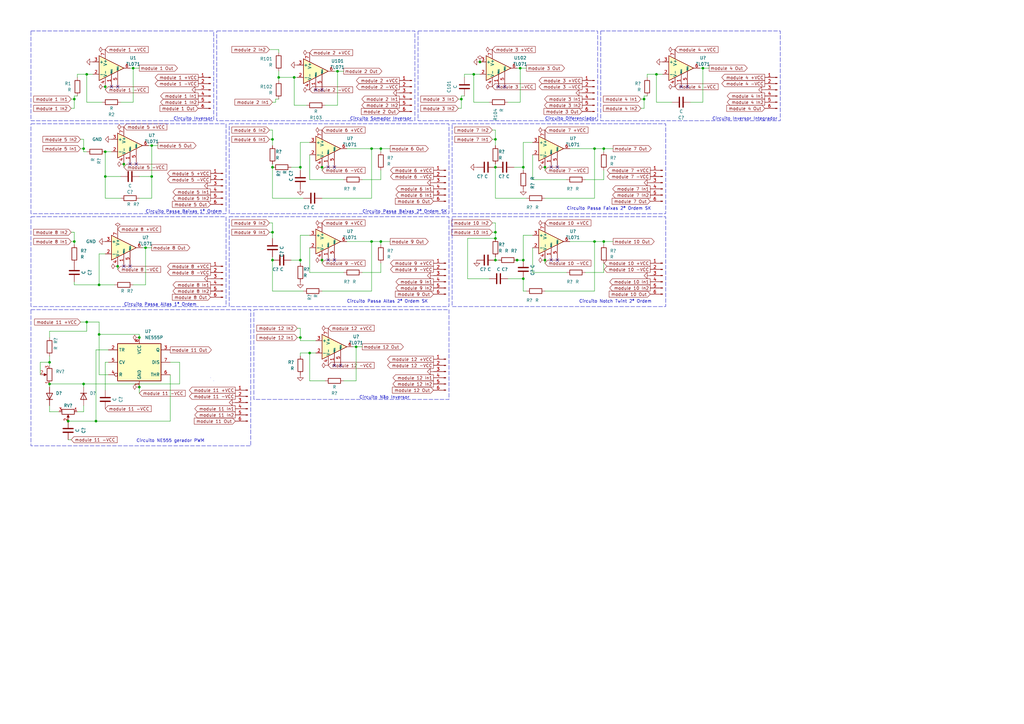
<source format=kicad_sch>
(kicad_sch (version 20230121) (generator eeschema)
  (paper "A3")
  (junction (at 111.76 57.15))
  (junction (at 223.52 68.58))
  (junction (at 214.63 114.3))
  (junction (at 43.18 35.56))
  (junction (at 132.08 106.68))
  (junction (at 40.64 137.16))
  (junction (at 243.84 99.06))
  (junction (at 152.4 60.96))
  (junction (at 111.76 68.58))
  (junction (at 288.29 27.94))
  (junction (at 62.23 72.39))
  (junction (at 43.18 62.23))
  (junction (at 203.2 97.79))
  (junction (at 127 144.78))
  (junction (at 203.2 68.58))
  (junction (at 152.4 99.06))
  (junction (at 34.29 60.96))
  (junction (at 120.65 31.75))
  (junction (at 269.24 30.48))
  (junction (at 30.48 40.64))
  (junction (at 57.15 158.75))
  (junction (at 114.3 31.75))
  (junction (at 132.08 68.58))
  (junction (at 203.2 106.68))
  (junction (at 54.61 27.94))
  (junction (at 35.56 132.08))
  (junction (at 123.19 106.68))
  (junction (at 62.23 59.69))
  (junction (at 203.2 95.25))
  (junction (at 20.32 157.48))
  (junction (at 111.76 95.25))
  (junction (at 214.63 68.58))
  (junction (at 247.65 60.96))
  (junction (at 156.21 60.96))
  (junction (at 35.56 30.48))
  (junction (at 214.63 106.68))
  (junction (at 59.69 101.6))
  (junction (at 212.09 106.68))
  (junction (at 138.43 29.21))
  (junction (at 146.05 142.24))
  (junction (at 196.85 25.4))
  (junction (at 194.31 30.48))
  (junction (at 27.94 172.72))
  (junction (at 111.76 106.68))
  (junction (at 123.19 138.43))
  (junction (at 39.37 172.72))
  (junction (at 50.8 67.31))
  (junction (at 243.84 60.96))
  (junction (at 40.64 116.84))
  (junction (at 48.26 109.22))
  (junction (at 43.18 72.39))
  (junction (at 223.52 106.68))
  (junction (at 189.23 40.64))
  (junction (at 213.36 27.94))
  (junction (at 30.48 99.06))
  (junction (at 20.32 148.59))
  (junction (at 123.19 68.58))
  (junction (at 34.29 157.48))
  (junction (at 156.21 99.06))
  (junction (at 57.15 138.43))
  (junction (at 203.2 57.15))
  (junction (at 247.65 99.06))
  (junction (at 264.16 40.64))
  (no_connect (at 55.88 67.31))
  (no_connect (at 228.6 68.58))
  (no_connect (at 132.08 36.83))
  (no_connect (at 137.16 106.68))
  (no_connect (at 226.06 68.58))
  (no_connect (at 281.94 35.56))
  (no_connect (at 129.54 36.83))
  (no_connect (at 228.6 106.68))
  (no_connect (at 134.62 68.58))
  (no_connect (at 226.06 106.68))
  (no_connect (at 204.47 35.56))
  (no_connect (at 137.16 149.86))
  (no_connect (at 48.26 35.56))
  (no_connect (at 53.34 109.22))
  (no_connect (at 207.01 35.56))
  (no_connect (at 45.72 35.56))
  (no_connect (at 137.16 68.58))
  (no_connect (at 50.8 109.22))
  (no_connect (at 139.7 149.86))
  (no_connect (at 279.4 35.56))
  (no_connect (at 134.62 106.68))
  (no_connect (at 53.34 67.31))
  (wire (pts (xy 20.32 148.59) (xy 20.32 149.86)))
  (wire (pts (xy 288.29 27.94) (xy 290.83 27.94)))
  (wire (pts (xy 213.36 27.94) (xy 212.09 27.94)))
  (wire (pts (xy 152.4 99.06) (xy 156.21 99.06)))
  (wire (pts (xy 73.66 148.59) (xy 73.66 157.48)))
  (wire (pts (xy 33.02 57.15) (xy 34.29 57.15)))
  (wire (pts (xy 203.2 91.44) (xy 203.2 95.25)))
  (wire (pts (xy 40.64 132.08) (xy 40.64 137.16)))
  (wire (pts (xy 247.65 111.76) (xy 247.65 107.95)))
  (wire (pts (xy 111.76 53.34) (xy 111.76 57.15)))
  (wire (pts (xy 203.2 81.28) (xy 215.9 81.28)))
  (wire (pts (xy 43.18 62.23) (xy 43.18 72.39)))
  (wire (pts (xy 114.3 21.59) (xy 114.3 20.32)))
  (wire (pts (xy 232.41 73.66) (xy 218.44 73.66)))
  (wire (pts (xy 132.08 81.28) (xy 152.4 81.28)))
  (wire (pts (xy 189.23 39.37) (xy 189.23 40.64)))
  (wire (pts (xy 54.61 27.94) (xy 53.34 27.94)))
  (wire (pts (xy 203.2 68.58) (xy 203.2 81.28)))
  (wire (pts (xy 38.1 30.48) (xy 35.56 30.48)))
  (wire (pts (xy 265.43 31.75) (xy 265.43 30.48)))
  (wire (pts (xy 127 144.78) (xy 127 156.21)))
  (wire (pts (xy 140.97 73.66) (xy 127 73.66)))
  (wire (pts (xy 123.19 134.62) (xy 123.19 138.43)))
  (wire (pts (xy 123.19 139.7) (xy 129.54 139.7)))
  (wire (pts (xy 262.89 40.64) (xy 264.16 40.64)))
  (wire (pts (xy 212.09 106.68) (xy 214.63 106.68)))
  (wire (pts (xy 20.32 146.05) (xy 20.32 148.59)))
  (wire (pts (xy 203.2 53.34) (xy 203.2 57.15)))
  (wire (pts (xy 214.63 114.3) (xy 214.63 119.38)))
  (wire (pts (xy 142.24 99.06) (xy 152.4 99.06)))
  (wire (pts (xy 214.63 96.52) (xy 218.44 96.52)))
  (wire (pts (xy 223.52 107.95) (xy 223.52 106.68)))
  (wire (pts (xy 54.61 27.94) (xy 57.15 27.94)))
  (wire (pts (xy 223.52 69.85) (xy 223.52 68.58)))
  (wire (pts (xy 264.16 39.37) (xy 264.16 40.64)))
  (wire (pts (xy 223.52 119.38) (xy 243.84 119.38)))
  (wire (pts (xy 240.03 73.66) (xy 247.65 73.66)))
  (wire (pts (xy 30.48 44.45) (xy 30.48 40.64)))
  (wire (pts (xy 45.72 62.23) (xy 43.18 62.23)))
  (wire (pts (xy 148.59 111.76) (xy 156.21 111.76)))
  (wire (pts (xy 114.3 31.75) (xy 120.65 31.75)))
  (wire (pts (xy 59.69 101.6) (xy 62.23 101.6)))
  (wire (pts (xy 30.48 116.84) (xy 40.64 116.84)))
  (wire (pts (xy 111.76 68.58) (xy 111.76 81.28)))
  (wire (pts (xy 35.56 30.48) (xy 35.56 41.91)))
  (wire (pts (xy 57.15 81.28) (xy 62.23 81.28)))
  (wire (pts (xy 214.63 96.52) (xy 214.63 106.68)))
  (wire (pts (xy 35.56 41.91) (xy 41.91 41.91)))
  (wire (pts (xy 29.21 180.34) (xy 27.94 180.34)))
  (wire (pts (xy 62.23 72.39) (xy 62.23 81.28)))
  (wire (pts (xy 31.75 168.91) (xy 34.29 168.91)))
  (wire (pts (xy 142.24 60.96) (xy 152.4 60.96)))
  (wire (pts (xy 247.65 99.06) (xy 247.65 100.33)))
  (wire (pts (xy 30.48 99.06) (xy 30.48 100.33)))
  (wire (pts (xy 218.44 73.66) (xy 218.44 63.5)))
  (wire (pts (xy 43.18 81.28) (xy 49.53 81.28)))
  (wire (pts (xy 288.29 27.94) (xy 287.02 27.94)))
  (wire (pts (xy 190.5 30.48) (xy 194.31 30.48)))
  (wire (pts (xy 123.19 106.68) (xy 123.19 107.95)))
  (wire (pts (xy 30.48 39.37) (xy 31.75 39.37)))
  (wire (pts (xy 123.19 146.05) (xy 123.19 144.78)))
  (wire (pts (xy 43.18 72.39) (xy 43.18 81.28)))
  (wire (pts (xy 138.43 29.21) (xy 140.97 29.21)))
  (wire (pts (xy 111.76 105.41) (xy 111.76 106.68)))
  (wire (pts (xy 62.23 72.39) (xy 62.23 59.69)))
  (wire (pts (xy 233.68 60.96) (xy 243.84 60.96)))
  (wire (pts (xy 146.05 142.24) (xy 148.59 142.24)))
  (wire (pts (xy 48.26 110.49) (xy 48.26 109.22)))
  (wire (pts (xy 201.93 95.25) (xy 203.2 95.25)))
  (wire (pts (xy 111.76 95.25) (xy 111.76 97.79)))
  (wire (pts (xy 194.31 41.91) (xy 200.66 41.91)))
  (wire (pts (xy 121.92 138.43) (xy 123.19 138.43)))
  (wire (pts (xy 35.56 135.89) (xy 20.32 135.89)))
  (wire (pts (xy 194.31 30.48) (xy 194.31 41.91)))
  (wire (pts (xy 57.15 161.29) (xy 57.15 158.75)))
  (wire (pts (xy 59.69 101.6) (xy 58.42 101.6)))
  (wire (pts (xy 156.21 99.06) (xy 160.02 99.06)))
  (wire (pts (xy 201.93 91.44) (xy 203.2 91.44)))
  (wire (pts (xy 110.49 20.32) (xy 114.3 20.32)))
  (wire (pts (xy 215.9 119.38) (xy 214.63 119.38)))
  (wire (pts (xy 27.94 172.72) (xy 39.37 172.72)))
  (wire (pts (xy 111.76 41.91) (xy 113.03 41.91)))
  (wire (pts (xy 191.77 97.79) (xy 203.2 97.79)))
  (wire (pts (xy 40.64 137.16) (xy 40.64 153.67)))
  (wire (pts (xy 127 73.66) (xy 127 63.5)))
  (wire (pts (xy 213.36 27.94) (xy 215.9 27.94)))
  (wire (pts (xy 138.43 43.18) (xy 138.43 29.21)))
  (wire (pts (xy 283.21 41.91) (xy 288.29 41.91)))
  (wire (pts (xy 208.28 114.3) (xy 214.63 114.3)))
  (wire (pts (xy 34.29 62.23) (xy 34.29 60.96)))
  (wire (pts (xy 31.75 30.48) (xy 35.56 30.48)))
  (wire (pts (xy 16.51 153.67) (xy 16.51 148.59)))
  (wire (pts (xy 152.4 60.96) (xy 152.4 81.28)))
  (wire (pts (xy 69.85 153.67) (xy 69.85 172.72)))
  (wire (pts (xy 29.21 99.06) (xy 30.48 99.06)))
  (wire (pts (xy 146.05 142.24) (xy 144.78 142.24)))
  (wire (pts (xy 123.19 58.42) (xy 127 58.42)))
  (wire (pts (xy 110.49 53.34) (xy 111.76 53.34)))
  (wire (pts (xy 232.41 111.76) (xy 218.44 111.76)))
  (wire (pts (xy 240.03 111.76) (xy 247.65 111.76)))
  (wire (pts (xy 190.5 31.75) (xy 190.5 30.48)))
  (wire (pts (xy 156.21 60.96) (xy 160.02 60.96)))
  (wire (pts (xy 127 111.76) (xy 127 101.6)))
  (wire (pts (xy 43.18 104.14) (xy 40.64 104.14)))
  (wire (pts (xy 30.48 39.37) (xy 30.48 40.64)))
  (wire (pts (xy 31.75 31.75) (xy 31.75 30.48)))
  (wire (pts (xy 123.19 68.58) (xy 123.19 58.42)))
  (wire (pts (xy 59.69 101.6) (xy 59.69 116.84)))
  (wire (pts (xy 24.13 168.91) (xy 20.32 168.91)))
  (wire (pts (xy 247.65 73.66) (xy 247.65 69.85)))
  (wire (pts (xy 114.3 33.02) (xy 114.3 31.75)))
  (wire (pts (xy 33.02 60.96) (xy 34.29 60.96)))
  (wire (pts (xy 140.97 111.76) (xy 127 111.76)))
  (wire (pts (xy 110.49 91.44) (xy 111.76 91.44)))
  (wire (pts (xy 44.45 148.59) (xy 43.18 148.59)))
  (wire (pts (xy 20.32 157.48) (xy 20.32 158.75)))
  (wire (pts (xy 113.03 40.64) (xy 113.03 41.91)))
  (wire (pts (xy 35.56 132.08) (xy 40.64 132.08)))
  (wire (pts (xy 196.85 30.48) (xy 194.31 30.48)))
  (wire (pts (xy 120.65 31.75) (xy 120.65 43.18)))
  (wire (pts (xy 16.51 148.59) (xy 20.32 148.59)))
  (wire (pts (xy 189.23 39.37) (xy 190.5 39.37)))
  (wire (pts (xy 233.68 99.06) (xy 243.84 99.06)))
  (wire (pts (xy 203.2 105.41) (xy 203.2 106.68)))
  (wire (pts (xy 62.23 59.69) (xy 60.96 59.69)))
  (wire (pts (xy 54.61 116.84) (xy 59.69 116.84)))
  (wire (pts (xy 269.24 30.48) (xy 269.24 41.91)))
  (wire (pts (xy 34.29 157.48) (xy 34.29 158.75)))
  (wire (pts (xy 57.15 138.43) (xy 57.15 137.16)))
  (wire (pts (xy 152.4 60.96) (xy 156.21 60.96)))
  (wire (pts (xy 191.77 114.3) (xy 200.66 114.3)))
  (wire (pts (xy 132.08 119.38) (xy 152.4 119.38)))
  (wire (pts (xy 40.64 104.14) (xy 40.64 116.84)))
  (wire (pts (xy 119.38 106.68) (xy 123.19 106.68)))
  (wire (pts (xy 133.35 43.18) (xy 138.43 43.18)))
  (wire (pts (xy 187.96 44.45) (xy 189.23 44.45)))
  (wire (pts (xy 123.19 96.52) (xy 127 96.52)))
  (wire (pts (xy 218.44 111.76) (xy 218.44 101.6)))
  (wire (pts (xy 213.36 41.91) (xy 213.36 27.94)))
  (wire (pts (xy 20.32 166.37) (xy 20.32 168.91)))
  (wire (pts (xy 146.05 156.21) (xy 146.05 142.24)))
  (wire (pts (xy 43.18 72.39) (xy 49.53 72.39)))
  (wire (pts (xy 44.45 153.67) (xy 40.64 153.67)))
  (wire (pts (xy 29.21 44.45) (xy 30.48 44.45)))
  (wire (pts (xy 132.08 107.95) (xy 132.08 106.68)))
  (wire (pts (xy 111.76 91.44) (xy 111.76 95.25)))
  (wire (pts (xy 121.92 134.62) (xy 123.19 134.62)))
  (wire (pts (xy 35.56 132.08) (xy 35.56 135.89)))
  (wire (pts (xy 29.21 40.64) (xy 30.48 40.64)))
  (wire (pts (xy 39.37 143.51) (xy 44.45 143.51)))
  (wire (pts (xy 43.18 148.59) (xy 43.18 160.02)))
  (wire (pts (xy 243.84 99.06) (xy 247.65 99.06)))
  (wire (pts (xy 40.64 116.84) (xy 46.99 116.84)))
  (wire (pts (xy 39.37 172.72) (xy 39.37 143.51)))
  (wire (pts (xy 123.19 106.68) (xy 123.19 96.52)))
  (wire (pts (xy 20.32 157.48) (xy 34.29 157.48)))
  (wire (pts (xy 243.84 60.96) (xy 247.65 60.96)))
  (wire (pts (xy 114.3 29.21) (xy 114.3 31.75)))
  (wire (pts (xy 243.84 60.96) (xy 243.84 81.28)))
  (wire (pts (xy 69.85 148.59) (xy 73.66 148.59)))
  (wire (pts (xy 264.16 39.37) (xy 265.43 39.37)))
  (wire (pts (xy 111.76 119.38) (xy 124.46 119.38)))
  (wire (pts (xy 123.19 139.7) (xy 123.19 138.43)))
  (wire (pts (xy 120.65 31.75) (xy 121.92 31.75)))
  (wire (pts (xy 156.21 99.06) (xy 156.21 100.33)))
  (wire (pts (xy 54.61 41.91) (xy 54.61 27.94)))
  (wire (pts (xy 247.65 60.96) (xy 247.65 62.23)))
  (wire (pts (xy 119.38 68.58) (xy 123.19 68.58)))
  (wire (pts (xy 214.63 68.58) (xy 214.63 58.42)))
  (wire (pts (xy 110.49 57.15) (xy 111.76 57.15)))
  (wire (pts (xy 156.21 60.96) (xy 156.21 62.23)))
  (wire (pts (xy 30.48 95.25) (xy 30.48 99.06)))
  (wire (pts (xy 265.43 30.48) (xy 269.24 30.48)))
  (wire (pts (xy 210.82 68.58) (xy 214.63 68.58)))
  (wire (pts (xy 203.2 106.68) (xy 204.47 106.68)))
  (wire (pts (xy 223.52 81.28) (xy 243.84 81.28)))
  (wire (pts (xy 62.23 59.69) (xy 64.77 59.69)))
  (wire (pts (xy 271.78 30.48) (xy 269.24 30.48)))
  (wire (pts (xy 43.18 36.83) (xy 43.18 35.56)))
  (wire (pts (xy 138.43 29.21) (xy 137.16 29.21)))
  (wire (pts (xy 34.29 166.37) (xy 34.29 168.91)))
  (wire (pts (xy 189.23 44.45) (xy 189.23 40.64)))
  (wire (pts (xy 20.32 135.89) (xy 20.32 138.43)))
  (wire (pts (xy 152.4 99.06) (xy 152.4 119.38)))
  (wire (pts (xy 50.8 68.58) (xy 50.8 67.31)))
  (wire (pts (xy 123.19 144.78) (xy 127 144.78)))
  (wire (pts (xy 247.65 99.06) (xy 251.46 99.06)))
  (wire (pts (xy 187.96 40.64) (xy 189.23 40.64)))
  (wire (pts (xy 203.2 67.31) (xy 203.2 68.58)))
  (wire (pts (xy 49.53 41.91) (xy 54.61 41.91)))
  (wire (pts (xy 140.97 156.21) (xy 146.05 156.21)))
  (wire (pts (xy 214.63 58.42) (xy 218.44 58.42)))
  (wire (pts (xy 269.24 41.91) (xy 275.59 41.91)))
  (wire (pts (xy 125.73 43.18) (xy 120.65 43.18)))
  (wire (pts (xy 243.84 99.06) (xy 243.84 119.38)))
  (wire (pts (xy 203.2 57.15) (xy 203.2 59.69)))
  (wire (pts (xy 111.76 106.68) (xy 111.76 119.38)))
  (wire (pts (xy 34.29 157.48) (xy 73.66 157.48)))
  (wire (pts (xy 210.82 106.68) (xy 212.09 106.68)))
  (wire (pts (xy 129.54 144.78) (xy 127 144.78)))
  (wire (pts (xy 111.76 57.15) (xy 111.76 59.69)))
  (wire (pts (xy 264.16 44.45) (xy 264.16 40.64)))
  (wire (pts (xy 148.59 73.66) (xy 156.21 73.66)))
  (wire (pts (xy 201.93 53.34) (xy 203.2 53.34)))
  (wire (pts (xy 57.15 137.16) (xy 40.64 137.16)))
  (wire (pts (xy 127 156.21) (xy 133.35 156.21)))
  (wire (pts (xy 34.29 62.23) (xy 35.56 62.23)))
  (wire (pts (xy 113.03 40.64) (xy 114.3 40.64)))
  (wire (pts (xy 111.76 67.31) (xy 111.76 68.58)))
  (wire (pts (xy 208.28 41.91) (xy 213.36 41.91)))
  (wire (pts (xy 29.21 95.25) (xy 30.48 95.25)))
  (wire (pts (xy 123.19 68.58) (xy 123.19 69.85)))
  (wire (pts (xy 39.37 172.72) (xy 69.85 172.72)))
  (wire (pts (xy 33.02 132.08) (xy 35.56 132.08)))
  (wire (pts (xy 203.2 95.25) (xy 203.2 97.79)))
  (wire (pts (xy 288.29 41.91) (xy 288.29 27.94)))
  (wire (pts (xy 57.15 72.39) (xy 62.23 72.39)))
  (wire (pts (xy 191.77 97.79) (xy 191.77 114.3)))
  (wire (pts (xy 156.21 73.66) (xy 156.21 69.85)))
  (wire (pts (xy 247.65 60.96) (xy 251.46 60.96)))
  (wire (pts (xy 111.76 81.28) (xy 124.46 81.28)))
  (wire (pts (xy 34.29 57.15) (xy 34.29 60.96)))
  (wire (pts (xy 30.48 115.57) (xy 30.48 116.84)))
  (wire (pts (xy 110.49 95.25) (xy 111.76 95.25)))
  (wire (pts (xy 214.63 68.58) (xy 214.63 69.85)))
  (wire (pts (xy 132.08 69.85) (xy 132.08 68.58)))
  (wire (pts (xy 201.93 57.15) (xy 203.2 57.15)))
  (wire (pts (xy 262.89 44.45) (xy 264.16 44.45)))
  (wire (pts (xy 156.21 111.76) (xy 156.21 107.95)))
  (rectangle (start 104.14 127) (end 184.15 163.83) (stroke (width 0) (type dash)))
  (rectangle (start 88.9 12.7) (end 170.18 49.53) (stroke (width 0) (type dash)))
  (rectangle (start 86.36 154.94) (end 86.36 154.94))
  (rectangle (start 246.38 12.7) (end 320.04 49.53) (stroke (width 0) (type dash)))
  (rectangle (start 12.7 50.8) (end 92.71 87.63) (stroke (width 0) (type dash)))
  (rectangle (start 185.42 88.9) (end 273.05 125.73) (stroke (width 0) (type dash)))
  (rectangle (start 93.98 50.8) (end 184.15 87.63) (stroke (width 0) (type dash)))
  (rectangle (start 87.63 156.21) (end 87.63 156.21))
  (rectangle (start 93.98 88.9) (end 184.15 125.73) (stroke (width 0) (type dash)))
  (rectangle (start 12.7 12.7) (end 87.63 49.53) (stroke (width 0) (type dash)))
  (rectangle (start 12.7 88.9) (end 92.71 125.73) (stroke (width 0) (type dash)))
  (rectangle (start 12.7 127) (end 102.87 182.88) (stroke (width 0) (type dash)))
  (rectangle (start 185.42 50.8) (end 273.05 87.63) (stroke (width 0) (type dash)))
  (rectangle (start 171.45 12.7) (end 245.11 49.53) (stroke (width 0) (type dash)))
  (text "Circuito Passa Baixas 1ª Ordem\n" (at 59.69 87.63 0) (effects (font (size 1.27 1.27)) (justify left bottom)))
  (text "Circuito Diferenciador" (at 223.52 49.53 0) (effects (font (size 1.27 1.27)) (justify left bottom)))
  (text "Circuito NE555 gerador PWM\n" (at 55.88 181.61 0) (effects (font (size 1.27 1.27)) (justify left bottom)))
  (text "Circuito Passa Baixas 2ª Ordem SK" (at 148.59 87.63 0) (effects (font (size 1.27 1.27)) (justify left bottom)))
  (text "Circuito Não Inversor" (at 147.32 163.83 0) (effects (font (size 1.27 1.27)) (justify left bottom)))
  (text "Circuito Inversor" (at 71.12 49.53 0) (effects (font (size 1.27 1.27)) (justify left bottom)))
  (text "Circuito Notch Twint 2ª Ordem" (at 237.49 124.46 0) (effects (font (size 1.27 1.27)) (justify left bottom)))
  (text "Circuito Somador Inversor" (at 143.51 49.53 0) (effects (font (size 1.27 1.27)) (justify left bottom)))
  (text "Circuito Passa Altas 1ª Ordem\n" (at 50.8 125.73 0) (effects (font (size 1.27 1.27)) (justify left bottom)))
  (text "Circuito Passa Altas 2ª Ordem SK" (at 142.24 124.46 0) (effects (font (size 1.27 1.27)) (justify left bottom)))
  (text "Circuito Passa Faixas 2ª Ordem SK" (at 232.41 86.36 0) (effects (font (size 1.27 1.27)) (justify left bottom)))
  (text "Circuito Inversor Integrador\n" (at 292.1 49.53 0) (effects (font (size 1.27 1.27)) (justify left bottom)))
  (global_label "module 7 +VCC" (shape output) (at 266.7 69.85 180) (property "Intersheetrefs" "${INTERSHEET_REFS}" (effects hide)))
  (global_label "module 12 In1" (shape output) (at 177.8 154.94 180) (property "Intersheetrefs" "${INTERSHEET_REFS}" (effects hide)))
  (global_label "module 1 In1" (shape output) (at 81.28 39.37 180) (property "Intersheetrefs" "${INTERSHEET_REFS}" (effects hide)))
  (global_label "module 7 Out" (shape input) (at 266.7 82.55 180) (property "Intersheetrefs" "${INTERSHEET_REFS}" (effects hide)))
  (global_label "module 6 Out" (shape output) (at 160.02 60.96 0) (property "Intersheetrefs" "${INTERSHEET_REFS}" (effects hide)))
  (global_label "module 8 -VCC" (shape input) (at 48.26 110.49 0) (property "Intersheetrefs" "${INTERSHEET_REFS}" (effects hide)))
  (global_label "module 3 Out" (shape input) (at 238.76 45.72 180) (property "Intersheetrefs" "${INTERSHEET_REFS}" (effects hide)))
  (global_label "module 12 Out" (shape output) (at 148.59 142.24 0) (property "Intersheetrefs" "${INTERSHEET_REFS}" (effects hide)))
  (global_label "module 6 +VCC" (shape input) (at 132.08 53.34 0) (property "Intersheetrefs" "${INTERSHEET_REFS}" (effects hide)))
  (global_label "module 3 -VCC" (shape output) (at 238.76 35.56 180) (property "Intersheetrefs" "${INTERSHEET_REFS}" (effects hide)))
  (global_label "module 1 -VCC" (shape input) (at 43.18 36.83 0) (property "Intersheetrefs" "${INTERSHEET_REFS}" (effects hide)))
  (global_label "module 5 In2" (shape output) (at 86.36 81.28 180) (property "Intersheetrefs" "${INTERSHEET_REFS}" (effects hide)))
  (global_label "module 6 -VCC" (shape output) (at 177.8 72.39 180) (property "Intersheetrefs" "${INTERSHEET_REFS}" (effects hide)))
  (global_label "module 10 +VCC" (shape output) (at 266.7 107.95 180) (property "Intersheetrefs" "${INTERSHEET_REFS}" (effects hide)))
  (global_label "module 7 In1" (shape input) (at 201.93 57.15 180) (property "Intersheetrefs" "${INTERSHEET_REFS}" (effects hide)))
  (global_label "module 12 -VCC" (shape output) (at 177.8 149.86 180) (property "Intersheetrefs" "${INTERSHEET_REFS}" (effects hide)))
  (global_label "module 10 In2" (shape output) (at 266.7 118.11 180) (property "Intersheetrefs" "${INTERSHEET_REFS}" (effects hide)))
  (global_label "module 7 In1" (shape output) (at 266.7 77.47 180) (property "Intersheetrefs" "${INTERSHEET_REFS}" (effects hide)))
  (global_label "module 1 +VCC" (shape output) (at 81.28 31.75 180) (property "Intersheetrefs" "${INTERSHEET_REFS}" (effects hide)))
  (global_label "module 4 +VCC" (shape output) (at 313.69 31.75 180) (property "Intersheetrefs" "${INTERSHEET_REFS}" (effects hide)))
  (global_label "module 6 In1" (shape input) (at 110.49 57.15 180) (property "Intersheetrefs" "${INTERSHEET_REFS}" (effects hide)))
  (global_label "module 2 In1" (shape output) (at 163.83 40.64 180) (property "Intersheetrefs" "${INTERSHEET_REFS}" (effects hide)))
  (global_label "module 11 In1" (shape output) (at 96.52 167.64 180) (property "Intersheetrefs" "${INTERSHEET_REFS}" (effects hide)))
  (global_label "module 2 Out" (shape input) (at 163.83 45.72 180) (property "Intersheetrefs" "${INTERSHEET_REFS}" (effects hide)))
  (global_label "module 5 +VCC" (shape output) (at 86.36 71.12 180) (property "Intersheetrefs" "${INTERSHEET_REFS}" (effects hide)))
  (global_label "module 10 In1" (shape output) (at 266.7 115.57 180) (property "Intersheetrefs" "${INTERSHEET_REFS}" (effects hide)))
  (global_label "module 9 -VCC" (shape input) (at 132.08 107.95 0) (property "Intersheetrefs" "${INTERSHEET_REFS}" (effects hide)))
  (global_label "module 7 -VCC" (shape output) (at 266.7 72.39 180) (property "Intersheetrefs" "${INTERSHEET_REFS}" (effects hide)))
  (global_label "module 3 In1" (shape input) (at 187.96 40.64 180) (property "Intersheetrefs" "${INTERSHEET_REFS}" (effects hide)))
  (global_label "module 12 In1" (shape input) (at 121.92 138.43 180) (property "Intersheetrefs" "${INTERSHEET_REFS}" (effects hide)))
  (global_label "module 1 In2" (shape input) (at 29.21 44.45 180) (property "Intersheetrefs" "${INTERSHEET_REFS}" (effects hide)))
  (global_label "module 6 -VCC" (shape input) (at 132.08 69.85 0) (property "Intersheetrefs" "${INTERSHEET_REFS}" (effects hide)))
  (global_label "module 5 Out" (shape output) (at 64.77 59.69 0) (property "Intersheetrefs" "${INTERSHEET_REFS}" (effects hide)))
  (global_label "module 9 +VCC" (shape output) (at 177.8 107.95 180) (property "Intersheetrefs" "${INTERSHEET_REFS}" (effects hide)))
  (global_label "module 9 Out" (shape output) (at 160.02 99.06 0) (property "Intersheetrefs" "${INTERSHEET_REFS}" (effects hide)))
  (global_label "module 4 -VCC" (shape input) (at 276.86 35.56 0) (property "Intersheetrefs" "${INTERSHEET_REFS}" (effects hide)))
  (global_label "module 5 In2" (shape input) (at 33.02 57.15 180) (property "Intersheetrefs" "${INTERSHEET_REFS}" (effects hide)))
  (global_label "module 4 Out" (shape output) (at 290.83 27.94 0) (property "Intersheetrefs" "${INTERSHEET_REFS}" (effects hide)))
  (global_label "module 4 In2" (shape input) (at 262.89 44.45 180) (property "Intersheetrefs" "${INTERSHEET_REFS}" (effects hide)))
  (global_label "module 5 -VCC" (shape output) (at 86.36 73.66 180) (property "Intersheetrefs" "${INTERSHEET_REFS}" (effects hide)))
  (global_label "module 11 -VCC" (shape input) (at 29.21 180.34 0) (property "Intersheetrefs" "${INTERSHEET_REFS}" (effects hide)))
  (global_label "module 2 +VCC" (shape output) (at 163.83 33.02 180) (property "Intersheetrefs" "${INTERSHEET_REFS}" (effects hide)))
  (global_label "module 3 -VCC" (shape input) (at 201.93 35.56 0) (property "Intersheetrefs" "${INTERSHEET_REFS}" (effects hide)))
  (global_label "module 11 +VCC" (shape input) (at 33.02 132.08 180) (property "Intersheetrefs" "${INTERSHEET_REFS}" (effects hide)))
  (global_label "module 2 +VCC" (shape input) (at 127 21.59 0) (property "Intersheetrefs" "${INTERSHEET_REFS}" (effects hide)))
  (global_label "module 1 +VCC" (shape input) (at 43.18 20.32 0) (property "Intersheetrefs" "${INTERSHEET_REFS}" (effects hide)))
  (global_label "module 3 Out" (shape output) (at 215.9 27.94 0) (property "Intersheetrefs" "${INTERSHEET_REFS}" (effects hide)))
  (global_label "module 7 +VCC" (shape input) (at 223.52 53.34 0) (property "Intersheetrefs" "${INTERSHEET_REFS}" (effects hide)))
  (global_label "module 8 +VCC" (shape input) (at 48.26 93.98 0) (property "Intersheetrefs" "${INTERSHEET_REFS}" (effects hide)))
  (global_label "module 5 -VCC" (shape input) (at 50.8 68.58 0) (property "Intersheetrefs" "${INTERSHEET_REFS}" (effects hide)))
  (global_label "module 11 In2" (shape output) (at 96.52 170.18 180) (property "Intersheetrefs" "${INTERSHEET_REFS}" (effects hide)))
  (global_label "module 7 -VCC" (shape input) (at 223.52 69.85 0) (property "Intersheetrefs" "${INTERSHEET_REFS}" (effects hide)))
  (global_label "module 5 In1" (shape output) (at 86.36 78.74 180) (property "Intersheetrefs" "${INTERSHEET_REFS}" (effects hide)))
  (global_label "module 10 In1" (shape input) (at 201.93 95.25 180) (property "Intersheetrefs" "${INTERSHEET_REFS}" (effects hide)))
  (global_label "module 8 In2" (shape output) (at 86.36 119.38 180) (property "Intersheetrefs" "${INTERSHEET_REFS}" (effects hide)))
  (global_label "module 4 In2" (shape output) (at 313.69 41.91 180) (property "Intersheetrefs" "${INTERSHEET_REFS}" (effects hide)))
  (global_label "module 8 In2" (shape input) (at 29.21 95.25 180) (property "Intersheetrefs" "${INTERSHEET_REFS}" (effects hide)))
  (global_label "module 12 Out" (shape input) (at 177.8 160.02 180) (property "Intersheetrefs" "${INTERSHEET_REFS}" (effects hide)))
  (global_label "module 6 Out" (shape input) (at 177.8 82.55 180) (property "Intersheetrefs" "${INTERSHEET_REFS}" (effects hide)))
  (global_label "module 2 -VCC" (shape input) (at 127 36.83 0) (property "Intersheetrefs" "${INTERSHEET_REFS}" (effects hide)))
  (global_label "module 10 Out" (shape input) (at 266.7 120.65 180) (property "Intersheetrefs" "${INTERSHEET_REFS}" (effects hide)))
  (global_label "module 3 In1" (shape output) (at 238.76 40.64 180) (property "Intersheetrefs" "${INTERSHEET_REFS}" (effects hide)))
  (global_label "module 5 Out" (shape input) (at 86.36 83.82 180) (property "Intersheetrefs" "${INTERSHEET_REFS}" (effects hide)))
  (global_label "module 11 Out" (shape input) (at 96.52 172.72 180) (property "Intersheetrefs" "${INTERSHEET_REFS}" (effects hide)))
  (global_label "module 7 In2" (shape input) (at 201.93 53.34 180) (property "Intersheetrefs" "${INTERSHEET_REFS}" (effects hide)))
  (global_label "module 12 In2" (shape input) (at 121.92 134.62 180) (property "Intersheetrefs" "${INTERSHEET_REFS}" (effects hide)))
  (global_label "module 2 Out" (shape output) (at 140.97 29.21 0) (property "Intersheetrefs" "${INTERSHEET_REFS}" (effects hide)))
  (global_label "module 9 Out" (shape input) (at 177.8 120.65 180) (property "Intersheetrefs" "${INTERSHEET_REFS}" (effects hide)))
  (global_label "module 1 Out" (shape input) (at 81.28 44.45 180) (property "Intersheetrefs" "${INTERSHEET_REFS}" (effects hide)))
  (global_label "module 7 In2" (shape output) (at 266.7 80.01 180) (property "Intersheetrefs" "${INTERSHEET_REFS}" (effects hide)))
  (global_label "module 8 -VCC" (shape output) (at 86.36 111.76 180) (property "Intersheetrefs" "${INTERSHEET_REFS}" (effects hide)))
  (global_label "module 8 In1" (shape output) (at 86.36 116.84 180) (property "Intersheetrefs" "${INTERSHEET_REFS}" (effects hide)))
  (global_label "module 6 In1" (shape output) (at 177.8 80.01 180) (property "Intersheetrefs" "${INTERSHEET_REFS}" (effects hide)))
  (global_label "module 10 In2" (shape input) (at 201.93 91.44 180) (property "Intersheetrefs" "${INTERSHEET_REFS}" (effects hide)))
  (global_label "module 8 +VCC" (shape output) (at 86.36 109.22 180) (property "Intersheetrefs" "${INTERSHEET_REFS}" (effects hide)))
  (global_label "module 6 In2" (shape input) (at 110.49 53.34 180) (property "Intersheetrefs" "${INTERSHEET_REFS}" (effects hide)))
  (global_label "module 9 In2" (shape output) (at 177.8 118.11 180) (property "Intersheetrefs" "${INTERSHEET_REFS}" (effects hide)))
  (global_label "module 11 Out" (shape output) (at 69.85 143.51 0) (property "Intersheetrefs" "${INTERSHEET_REFS}" (effects hide)))
  (global_label "module 11 -VCC" (shape input) (at 43.18 167.64 0) (property "Intersheetrefs" "${INTERSHEET_REFS}" (effects hide)))
  (global_label "module 2 In2" (shape input) (at 110.49 20.32 180) (property "Intersheetrefs" "${INTERSHEET_REFS}" (effects hide)))
  (global_label "module 1 Out" (shape output) (at 57.15 27.94 0) (property "Intersheetrefs" "${INTERSHEET_REFS}" (effects hide)))
  (global_label "module 12 In2" (shape output) (at 177.8 157.48 180) (property "Intersheetrefs" "${INTERSHEET_REFS}" (effects hide)))
  (global_label "module 10 +VCC" (shape input) (at 223.52 91.44 0) (property "Intersheetrefs" "${INTERSHEET_REFS}" (effects hide)))
  (global_label "module 12 -VCC" (shape input) (at 134.62 149.86 0) (property "Intersheetrefs" "${INTERSHEET_REFS}" (effects hide)))
  (global_label "module 6 In1" (shape output) (at 177.8 77.47 180) (property "Intersheetrefs" "${INTERSHEET_REFS}" (effects hide)))
  (global_label "module 3 +VCC" (shape output) (at 238.76 33.02 180) (property "Intersheetrefs" "${INTERSHEET_REFS}" (effects hide)))
  (global_label "module 8 Out" (shape output) (at 62.23 101.6 0) (property "Intersheetrefs" "${INTERSHEET_REFS}" (effects hide)))
  (global_label "module 11 +VCC" (shape output) (at 96.52 160.02 180) (property "Intersheetrefs" "${INTERSHEET_REFS}" (effects hide)))
  (global_label "module 12 +VCC" (shape input) (at 134.62 134.62 0) (property "Intersheetrefs" "${INTERSHEET_REFS}" (effects hide)))
  (global_label "module 2 In1" (shape input) (at 111.76 41.91 180) (property "Intersheetrefs" "${INTERSHEET_REFS}" (effects hide)))
  (global_label "module 4 In1" (shape input) (at 262.89 40.64 180) (property "Intersheetrefs" "${INTERSHEET_REFS}" (effects hide)))
  (global_label "module 1 In1" (shape input) (at 29.21 40.64 180) (property "Intersheetrefs" "${INTERSHEET_REFS}" (effects hide)))
  (global_label "module 3 +VCC" (shape input) (at 201.93 20.32 0) (property "Intersheetrefs" "${INTERSHEET_REFS}" (effects hide)))
  (global_label "module 5 In1" (shape input) (at 33.02 60.96 180) (property "Intersheetrefs" "${INTERSHEET_REFS}" (effects hide)))
  (global_label "module 12 +VCC" (shape output) (at 177.8 147.32 180) (property "Intersheetrefs" "${INTERSHEET_REFS}" (effects hide)))
  (global_label "module 9 -VCC" (shape output) (at 177.8 110.49 180) (property "Intersheetrefs" "${INTERSHEET_REFS}" (effects hide)))
  (global_label "module 3 In2" (shape input) (at 187.96 44.45 180) (property "Intersheetrefs" "${INTERSHEET_REFS}" (effects hide)))
  (global_label "module 11 -VCC" (shape output) (at 96.52 162.56 180) (property "Intersheetrefs" "${INTERSHEET_REFS}" (effects hide)))
  (global_label "module 1 -VCC" (shape output) (at 81.28 34.29 180) (property "Intersheetrefs" "${INTERSHEET_REFS}" (effects hide)))
  (global_label "module 9 In1" (shape output) (at 177.8 115.57 180) (property "Intersheetrefs" "${INTERSHEET_REFS}" (effects hide)))
  (global_label "module 10 -VCC" (shape output) (at 266.7 110.49 180) (property "Intersheetrefs" "${INTERSHEET_REFS}" (effects hide)))
  (global_label "module 7 Out" (shape output) (at 251.46 60.96 0) (property "Intersheetrefs" "${INTERSHEET_REFS}" (effects hide)))
  (global_label "module 8 Out" (shape input) (at 86.36 121.92 180) (property "Intersheetrefs" "${INTERSHEET_REFS}" (effects hide)))
  (global_label "module 8 In1" (shape input) (at 29.21 99.06 180) (property "Intersheetrefs" "${INTERSHEET_REFS}" (effects hide)))
  (global_label "module 9 In2" (shape input) (at 110.49 91.44 180) (property "Intersheetrefs" "${INTERSHEET_REFS}" (effects hide)))
  (global_label "module 3 In2" (shape output) (at 238.76 43.18 180) (property "Intersheetrefs" "${INTERSHEET_REFS}" (effects hide)))
  (global_label "module 4 -VCC" (shape output) (at 313.69 34.29 180) (property "Intersheetrefs" "${INTERSHEET_REFS}" (effects hide)))
  (global_label "module 1 In2" (shape output) (at 81.28 41.91 180) (property "Intersheetrefs" "${INTERSHEET_REFS}" (effects hide)))
  (global_label "module 9 +VCC" (shape input) (at 132.08 91.44 0) (property "Intersheetrefs" "${INTERSHEET_REFS}" (effects hide)))
  (global_label "module 2 -VCC" (shape output) (at 163.83 35.56 180) (property "Intersheetrefs" "${INTERSHEET_REFS}" (effects hide)))
  (global_label "module 5 +VCC" (shape input) (at 50.8 52.07 0) (property "Intersheetrefs" "${INTERSHEET_REFS}" (effects hide)))
  (global_label "module 10 Out" (shape output) (at 251.46 99.06 0) (property "Intersheetrefs" "${INTERSHEET_REFS}" (effects hide)))
  (global_label "module 4 +VCC" (shape input) (at 276.86 20.32 0) (property "Intersheetrefs" "${INTERSHEET_REFS}" (effects hide)))
  (global_label "module 9 In1" (shape input) (at 110.49 95.25 180) (property "Intersheetrefs" "${INTERSHEET_REFS}" (effects hide)))
  (global_label "module 11 -VCC" (shape input) (at 57.15 161.29 0) (property "Intersheetrefs" "${INTERSHEET_REFS}" (effects hide)))
  (global_label "module 4 Out" (shape input) (at 313.69 44.45 180) (property "Intersheetrefs" "${INTERSHEET_REFS}" (effects hide)))
  (global_label "module 10 -VCC" (shape input) (at 223.52 107.95 0) (property "Intersheetrefs" "${INTERSHEET_REFS}" (effects hide)))
  (global_label "module 2 In2" (shape output) (at 163.83 43.18 180) (property "Intersheetrefs" "${INTERSHEET_REFS}" (effects hide)))
  (global_label "module 6 +VCC" (shape output) (at 177.8 69.85 180) (property "Intersheetrefs" "${INTERSHEET_REFS}" (effects hide)))
  (global_label "module 4 In1" (shape output) (at 313.69 39.37 180) (property "Intersheetrefs" "${INTERSHEET_REFS}" (effects hide)))
  (symbol (lib_id "power:GND") (at 266.7 74.93 270) (unit 1)
    (property "Reference" "#PWR?" (effects hide))
    (property "Value" "GND" (effects hide))
  )
  (symbol (lib_id "power:GND") (at 86.36 76.2 270) (unit 1)
    (property "Reference" "#PWR?" (effects hide))
    (property "Value" "GND" (effects hide))
  )
  (symbol (lib_id "Device:C") (at 123.19 73.66 0) (unit 1)
    (property "Reference" "C?" (at 119.38 71.12 90))
    (property "Value" "C" (at 119.38 73.66 90))
  )
  (symbol (lib_id "Device:R") (at 208.28 106.68 270) (mirror x) (unit 1)
    (property "Reference" "R?" (at 209.55 102.87 90) (effects (justify left)))
    (property "Value" "R" (at 207.01 102.87 90) (effects (justify left)))
    (property "Footprint" "Resistor_THT:R_Axial_DIN0207_L6.3mm_D2.5mm_P7.62mm_Horizontal" (effects hide))
  )
  (symbol (lib_id "Connector:Conn_01x06_Pin") (at 182.88 152.4 0) (mirror y) (unit 1)
    (property "Reference" "J?" (effects hide))
    (property "Value" "Conn_01x06_Pin" (effects hide))
    (property "Footprint" "Connector_PinHeader_2.54mm:PinHeader_1x06_P2.54mm_Vertical" (effects hide))
  )
  (symbol (lib_id "Device:C") (at 199.39 106.68 90) (unit 1)
    (property "Reference" "C?" (at 198.12 110.49 90))
    (property "Value" "C" (at 200.66 110.49 90))
  )
  (symbol (lib_id "Amplifier_Operational:TL071") (at 134.62 60.96 0) (unit 1)
    (property "Reference" "U?" (at 143.51 56.7691 0))
    (property "Value" "TL071" (at 143.51 59.3091 0))
    (property "Footprint" "Package_DIP:DIP-8_W7.62mm_Socket" (effects hide))
    (property "Datasheet" "http://www.ti.com/lit/ds/symlink/tl071.pdf" (effects hide))
  )
  (symbol (lib_id "Connector:Conn_01x06_Pin") (at 243.84 38.1 0) (mirror y) (unit 1)
    (property "Reference" "J102" (effects hide))
    (property "Value" "Conn_01x06_Pin" (effects hide))
    (property "Footprint" "Connector_PinHeader_2.54mm:PinHeader_1x06_P2.54mm_Vertical" (effects hide))
  )
  (symbol (lib_id "power:GND") (at 45.72 57.15 270) (unit 1)
    (property "Reference" "#PWR?" (effects hide))
    (property "Value" "GND" (at 41.91 57.15 90) (effects (justify right)))
  )
  (symbol (lib_id "power:PWR_FLAG") (at 134.62 134.62 90) (unit 1)
    (property "Reference" "#FLG?" (effects hide))
    (property "Value" "PWR_FLAG" (effects hide))
  )
  (symbol (lib_id "Device:R") (at 156.21 66.04 0) (unit 1)
    (property "Reference" "R?" (at 158.75 64.77 0) (effects (justify left)))
    (property "Value" "R" (at 158.75 67.31 0) (effects (justify left)))
    (property "Footprint" "Resistor_THT:R_Axial_DIN0207_L6.3mm_D2.5mm_P7.62mm_Horizontal" (effects hide))
  )
  (symbol (lib_id "Device:C") (at 27.94 176.53 0) (unit 1)
    (property "Reference" "C?" (at 34.29 176.53 90))
    (property "Value" "C" (at 31.75 176.53 90))
  )
  (symbol (lib_id "Connector:Conn_01x06_Pin") (at 91.44 76.2 0) (mirror y) (unit 1)
    (property "Reference" "J?" (effects hide))
    (property "Value" "Conn_01x06_Pin" (effects hide))
    (property "Footprint" "Connector_PinHeader_2.54mm:PinHeader_1x06_P2.54mm_Vertical" (effects hide))
  )
  (symbol (lib_id "power:GND") (at 43.18 99.06 270) (unit 1)
    (property "Reference" "#PWR?" (effects hide))
    (property "Value" "GND" (at 39.37 99.06 90) (effects (justify right)))
  )
  (symbol (lib_id "power:PWR_FLAG") (at 43.18 20.32 90) (unit 1)
    (property "Reference" "#FLG?" (effects hide))
    (property "Value" "PWR_FLAG" (effects hide))
  )
  (symbol (lib_id "Device:R") (at 123.19 111.76 0) (unit 1)
    (property "Reference" "R?" (at 124.46 110.49 0) (effects (justify left)))
    (property "Value" "R" (at 124.46 113.03 0) (effects (justify left)))
    (property "Footprint" "Resistor_THT:R_Axial_DIN0207_L6.3mm_D2.5mm_P7.62mm_Horizontal" (effects hide))
  )
  (symbol (lib_id "power:GND") (at 195.58 68.58 270) (unit 1)
    (property "Reference" "#PWR?" (effects hide))
    (property "Value" "GND" (effects hide))
  )
  (symbol (lib_id "Device:R_Potentiometer") (at 27.94 168.91 270) (unit 1)
    (property "Reference" "RV?" (at 27.94 166.37 90))
    (property "Value" "R_Potentiometer" (effects hide))
    (property "Footprint" "Potentiometer_THT:Potentiometer_Vishay_T73YP_Vertical" (effects hide))
  )
  (symbol (lib_id "Device:R") (at 45.72 41.91 270) (unit 1)
    (property "Reference" "R2" (at 45.72 46.99 90))
    (property "Value" "R" (at 45.72 44.45 90))
    (property "Footprint" "Resistor_THT:R_Axial_DIN0207_L6.3mm_D2.5mm_P7.62mm_Horizontal" (effects hide))
  )
  (symbol (lib_id "Device:R") (at 128.27 119.38 90) (mirror x) (unit 1)
    (property "Reference" "R?" (at 127 120.65 0) (effects (justify left)))
    (property "Value" "R" (at 129.54 120.65 0) (effects (justify left)))
    (property "Footprint" "Resistor_THT:R_Axial_DIN0207_L6.3mm_D2.5mm_P7.62mm_Horizontal" (effects hide))
  )
  (symbol (lib_id "Device:R") (at 53.34 81.28 270) (unit 1)
    (property "Reference" "R?" (at 54.61 83.82 90) (effects (justify left)))
    (property "Value" "R" (at 52.07 83.82 90) (effects (justify left)))
    (property "Footprint" "Resistor_THT:R_Axial_DIN0207_L6.3mm_D2.5mm_P7.62mm_Horizontal" (effects hide))
  )
  (symbol (lib_id "power:PWR_FLAG") (at 132.08 53.34 90) (unit 1)
    (property "Reference" "#FLG?" (effects hide))
    (property "Value" "PWR_FLAG" (effects hide))
  )
  (symbol (lib_id "power:PWR_FLAG") (at 276.86 35.56 90) (unit 1)
    (property "Reference" "#FLG?" (effects hide))
    (property "Value" "PWR_FLAG" (effects hide))
  )
  (symbol (lib_id "Device:C") (at 30.48 111.76 0) (unit 1)
    (property "Reference" "C?" (at 36.83 111.76 90))
    (property "Value" "C" (at 34.29 111.76 90))
  )
  (symbol (lib_id "Device:R") (at 156.21 104.14 0) (unit 1)
    (property "Reference" "R?" (at 158.75 102.87 0) (effects (justify left)))
    (property "Value" "R" (at 158.75 105.41 0) (effects (justify left)))
    (property "Footprint" "Resistor_THT:R_Axial_DIN0207_L6.3mm_D2.5mm_P7.62mm_Horizontal" (effects hide))
  )
  (symbol (lib_id "power:GND") (at 86.36 114.3 270) (unit 1)
    (property "Reference" "#PWR?" (effects hide))
    (property "Value" "GND" (effects hide))
  )
  (symbol (lib_id "Device:R") (at 137.16 156.21 270) (unit 1)
    (property "Reference" "R?" (at 137.16 161.29 90))
    (property "Value" "R" (at 137.16 158.75 90))
    (property "Footprint" "Resistor_THT:R_Axial_DIN0207_L6.3mm_D2.5mm_P7.62mm_Horizontal" (effects hide))
  )
  (symbol (lib_id "Device:R") (at 111.76 63.5 0) (unit 1)
    (property "Reference" "R?" (at 113.03 62.23 0) (effects (justify left)))
    (property "Value" "R" (at 113.03 64.77 0) (effects (justify left)))
    (property "Footprint" "Resistor_THT:R_Axial_DIN0207_L6.3mm_D2.5mm_P7.62mm_Horizontal" (effects hide))
  )
  (symbol (lib_id "power:GND") (at 121.92 26.67 270) (unit 1)
    (property "Reference" "#PWR?" (effects hide))
    (property "Value" "GND" (effects hide))
  )
  (symbol (lib_id "Device:R") (at 219.71 119.38 90) (mirror x) (unit 1)
    (property "Reference" "R?" (at 218.44 123.19 90) (effects (justify left)))
    (property "Value" "R" (at 220.98 123.19 90) (effects (justify left)))
    (property "Footprint" "Resistor_THT:R_Axial_DIN0207_L6.3mm_D2.5mm_P7.62mm_Horizontal" (effects hide))
  )
  (symbol (lib_id "Diode:1N4007") (at 34.29 162.56 270) (unit 1)
    (property "Reference" "D?" (at 36.83 161.29 90) (effects (justify left)))
    (property "Value" "1N4007" (effects hide))
    (property "Footprint" "Diode_THT:D_DO-41_SOD81_P10.16mm_Horizontal" (effects hide))
    (property "Datasheet" "http://www.vishay.com/docs/88503/1n4001.pdf" (effects hide))
    (property "Sim.Device" "D" (effects hide))
    (property "Sim.Pins" "1=K 2=A" (effects hide))
  )
  (symbol (lib_id "Device:R") (at 236.22 111.76 90) (mirror x) (unit 1)
    (property "Reference" "R?" (at 234.95 115.57 90) (effects (justify left)))
    (property "Value" "R" (at 237.49 115.57 90) (effects (justify left)))
    (property "Footprint" "Resistor_THT:R_Axial_DIN0207_L6.3mm_D2.5mm_P7.62mm_Horizontal" (effects hide))
  )
  (symbol (lib_id "Device:R") (at 214.63 73.66 0) (mirror x) (unit 1)
    (property "Reference" "R?" (at 218.44 74.93 90) (effects (justify left)))
    (property "Value" "R" (at 218.44 72.39 90) (effects (justify left)))
    (property "Footprint" "Resistor_THT:R_Axial_DIN0207_L6.3mm_D2.5mm_P7.62mm_Horizontal" (effects hide))
  )
  (symbol (lib_id "power:PWR_FLAG") (at 48.26 109.22 90) (unit 1)
    (property "Reference" "#FLG?" (effects hide))
    (property "Value" "PWR_FLAG" (effects hide))
  )
  (symbol (lib_id "Device:R") (at 129.54 43.18 270) (unit 1)
    (property "Reference" "R103" (at 129.54 48.26 90))
    (property "Value" "R" (at 129.54 45.72 90))
    (property "Footprint" "Resistor_THT:R_Axial_DIN0207_L6.3mm_D2.5mm_P7.62mm_Horizontal" (effects hide))
  )
  (symbol (lib_id "power:PWR_FLAG") (at 127 36.83 90) (unit 1)
    (property "Reference" "#FLG?" (effects hide))
    (property "Value" "PWR_FLAG" (effects hide))
  )
  (symbol (lib_id "power:PWR_FLAG") (at 50.8 52.07 90) (unit 1)
    (property "Reference" "#FLG?" (effects hide))
    (property "Value" "PWR_FLAG" (effects hide))
  )
  (symbol (lib_id "power:GND") (at 214.63 77.47 0) (unit 1)
    (property "Reference" "#PWR?" (effects hide))
    (property "Value" "GND" (effects hide))
  )
  (symbol (lib_id "Connector:Conn_01x06_Pin") (at 168.91 38.1 0) (mirror y) (unit 1)
    (property "Reference" "J101" (effects hide))
    (property "Value" "Conn_01x06_Pin" (effects hide))
    (property "Footprint" "Connector_PinHeader_2.54mm:PinHeader_1x06_P2.54mm_Vertical" (effects hide))
  )
  (symbol (lib_id "Device:R") (at 50.8 116.84 270) (unit 1)
    (property "Reference" "R?" (at 52.07 119.38 90) (effects (justify left)))
    (property "Value" "R" (at 49.53 119.38 90) (effects (justify left)))
    (property "Footprint" "Resistor_THT:R_Axial_DIN0207_L6.3mm_D2.5mm_P7.62mm_Horizontal" (effects hide))
  )
  (symbol (lib_id "Device:R") (at 114.3 25.4 0) (mirror y) (unit 1)
    (property "Reference" "R101" (at 111.76 24.13 0) (effects (justify left)))
    (property "Value" "R" (at 111.76 26.67 0) (effects (justify left)))
    (property "Footprint" "Resistor_THT:R_Axial_DIN0207_L6.3mm_D2.5mm_P7.62mm_Horizontal" (effects hide))
  )
  (symbol (lib_id "power:PWR_FLAG") (at 196.85 25.4 0) (unit 1)
    (property "Reference" "#FLG?" (effects hide))
    (property "Value" "PWR_FLAG" (effects hide))
  )
  (symbol (lib_id "Device:R") (at 203.2 63.5 0) (unit 1)
    (property "Reference" "R?" (at 204.47 62.23 0) (effects (justify left)))
    (property "Value" "R" (at 204.47 64.77 0) (effects (justify left)))
    (property "Footprint" "Resistor_THT:R_Axial_DIN0207_L6.3mm_D2.5mm_P7.62mm_Horizontal" (effects hide))
  )
  (symbol (lib_id "Amplifier_Operational:TL071") (at 134.62 99.06 0) (unit 1)
    (property "Reference" "U?" (at 143.51 94.8691 0))
    (property "Value" "TL071" (at 143.51 97.4091 0))
    (property "Footprint" "Package_DIP:DIP-8_W7.62mm_Socket" (effects hide))
    (property "Datasheet" "http://www.ti.com/lit/ds/symlink/tl071.pdf" (effects hide))
  )
  (symbol (lib_id "Amplifier_Operational:TL071") (at 137.16 142.24 0) (unit 1)
    (property "Reference" "U?" (at 146.05 138.0491 0))
    (property "Value" "TL071" (at 146.05 140.5891 0))
    (property "Footprint" "Package_DIP:DIP-8_W7.62mm_Socket" (effects hide))
    (property "Datasheet" "http://www.ti.com/lit/ds/symlink/tl071.pdf" (effects hide))
  )
  (symbol (lib_id "power:PWR_FLAG") (at 276.86 20.32 90) (unit 1)
    (property "Reference" "#FLG?" (effects hide))
    (property "Value" "PWR_FLAG" (effects hide))
  )
  (symbol (lib_id "Device:R") (at 265.43 35.56 0) (mirror y) (unit 1)
    (property "Reference" "R?" (at 262.89 34.29 0) (effects (justify left)))
    (property "Value" "R" (at 262.89 36.83 0) (effects (justify left)))
    (property "Footprint" "Resistor_THT:R_Axial_DIN0207_L6.3mm_D2.5mm_P7.62mm_Horizontal" (effects hide))
  )
  (symbol (lib_id "Amplifier_Operational:TL071") (at 226.06 60.96 0) (unit 1)
    (property "Reference" "U?" (at 234.95 56.7691 0))
    (property "Value" "TL071" (at 234.95 59.3091 0))
    (property "Footprint" "Package_DIP:DIP-8_W7.62mm_Socket" (effects hide))
    (property "Datasheet" "http://www.ti.com/lit/ds/symlink/tl071.pdf" (effects hide))
  )
  (symbol (lib_id "Device:R") (at 203.2 101.6 0) (unit 1)
    (property "Reference" "R?" (at 204.47 100.33 0) (effects (justify left)))
    (property "Value" "R" (at 204.47 102.87 0) (effects (justify left)))
    (property "Footprint" "Resistor_THT:R_Axial_DIN0207_L6.3mm_D2.5mm_P7.62mm_Horizontal" (effects hide))
  )
  (symbol (lib_id "Device:C") (at 214.63 110.49 180) (unit 1)
    (property "Reference" "C?" (at 218.44 111.76 90))
    (property "Value" "C" (at 218.44 109.22 90))
  )
  (symbol (lib_id "Connector:Conn_01x06_Pin") (at 101.6 165.1 0) (mirror y) (unit 1)
    (property "Reference" "J?" (effects hide))
    (property "Value" "Conn_01x06_Pin" (effects hide))
    (property "Footprint" "Connector_PinHeader_2.54mm:PinHeader_1x06_P2.54mm_Vertical" (effects hide))
  )
  (symbol (lib_id "Connector:Conn_01x06_Pin") (at 86.36 36.83 0) (mirror y) (unit 1)
    (property "Reference" "J1" (effects hide))
    (property "Value" "Conn_01x06_Pin" (effects hide))
    (property "Footprint" "Connector_PinHeader_2.54mm:PinHeader_1x06_P2.54mm_Vertical" (effects hide))
  )
  (symbol (lib_id "power:GND") (at 195.58 106.68 0) (unit 1)
    (property "Reference" "#PWR?" (effects hide))
    (property "Value" "GND" (effects hide))
  )
  (symbol (lib_id "power:PWR_FLAG") (at 201.93 35.56 90) (unit 1)
    (property "Reference" "#FLG?" (effects hide))
    (property "Value" "PWR_FLAG" (effects hide))
  )
  (symbol (lib_id "power:GND") (at 177.8 152.4 270) (unit 1)
    (property "Reference" "#PWR?" (effects hide))
    (property "Value" "GND" (effects hide))
  )
  (symbol (lib_id "Connector:Conn_01x06_Pin") (at 182.88 113.03 0) (mirror y) (unit 1)
    (property "Reference" "J?" (effects hide))
    (property "Value" "Conn_01x06_Pin" (effects hide))
    (property "Footprint" "Connector_PinHeader_2.54mm:PinHeader_1x06_P2.54mm_Vertical" (effects hide))
  )
  (symbol (lib_id "power:PWR_FLAG") (at 134.62 149.86 90) (unit 1)
    (property "Reference" "#FLG?" (effects hide))
    (property "Value" "PWR_FLAG" (effects hide))
  )
  (symbol (lib_id "Device:R") (at 39.37 62.23 270) (unit 1)
    (property "Reference" "R?" (at 40.64 64.77 0) (effects (justify left)))
    (property "Value" "R" (at 38.1 64.77 0) (effects (justify left)))
    (property "Footprint" "Resistor_THT:R_Axial_DIN0207_L6.3mm_D2.5mm_P7.62mm_Horizontal" (effects hide))
  )
  (symbol (lib_id "Amplifier_Operational:TL071") (at 279.4 27.94 0) (unit 1)
    (property "Reference" "U?" (at 288.29 23.7491 0))
    (property "Value" "TL071" (at 288.29 26.2891 0))
    (property "Footprint" "Package_DIP:DIP-8_W7.62mm_Socket" (effects hide))
    (property "Datasheet" "http://www.ti.com/lit/ds/symlink/tl071.pdf" (effects hide))
  )
  (symbol (lib_id "power:GND") (at 238.76 38.1 270) (unit 1)
    (property "Reference" "#PWR?" (effects hide))
    (property "Value" "GND" (effects hide))
  )
  (symbol (lib_id "power:GND") (at 313.69 36.83 270) (unit 1)
    (property "Reference" "#PWR?" (effects hide))
    (property "Value" "GND" (effects hide))
  )
  (symbol (lib_id "Device:R") (at 123.19 149.86 0) (mirror y) (unit 1)
    (property "Reference" "R?" (at 120.65 148.59 0) (effects (justify left)))
    (property "Value" "R" (at 120.65 151.13 0) (effects (justify left)))
    (property "Footprint" "Resistor_THT:R_Axial_DIN0207_L6.3mm_D2.5mm_P7.62mm_Horizontal" (effects hide))
  )
  (symbol (lib_id "Connector:Conn_01x06_Pin") (at 271.78 74.93 0) (mirror y) (unit 1)
    (property "Reference" "J?" (effects hide))
    (property "Value" "Conn_01x06_Pin" (effects hide))
    (property "Footprint" "Connector_PinHeader_2.54mm:PinHeader_1x06_P2.54mm_Vertical" (effects hide))
  )
  (symbol (lib_id "power:GND") (at 81.28 36.83 270) (unit 1)
    (property "Reference" "#PWR?" (effects hide))
    (property "Value" "GND" (effects hide))
  )
  (symbol (lib_id "Device:R") (at 236.22 73.66 90) (mirror x) (unit 1)
    (property "Reference" "R?" (at 234.95 77.47 90) (effects (justify left)))
    (property "Value" "R" (at 237.49 77.47 90) (effects (justify left)))
    (property "Footprint" "Resistor_THT:R_Axial_DIN0207_L6.3mm_D2.5mm_P7.62mm_Horizontal" (effects hide))
  )
  (symbol (lib_id "power:PWR_FLAG") (at 43.18 35.56 90) (unit 1)
    (property "Reference" "#FLG?" (effects hide))
    (property "Value" "PWR_FLAG" (effects hide))
  )
  (symbol (lib_id "power:PWR_FLAG") (at 57.15 158.75 90) (unit 1)
    (property "Reference" "#FLG?" (effects hide))
    (property "Value" "PWR_FLAG" (effects hide))
  )
  (symbol (lib_id "Device:R") (at 20.32 142.24 0) (unit 1)
    (property "Reference" "R?" (at 22.86 140.97 90) (effects (justify left)))
    (property "Value" "R" (at 22.86 143.51 90) (effects (justify left)))
    (property "Footprint" "Resistor_THT:R_Axial_DIN0207_L6.3mm_D2.5mm_P7.62mm_Horizontal" (effects hide))
  )
  (symbol (lib_id "power:GND") (at 123.19 115.57 0) (unit 1)
    (property "Reference" "#PWR?" (effects hide))
    (property "Value" "GND" (effects hide))
  )
  (symbol (lib_id "Device:C") (at 53.34 72.39 270) (unit 1)
    (property "Reference" "C?" (at 53.34 78.74 90))
    (property "Value" "C" (at 53.34 76.2 90))
  )
  (symbol (lib_id "power:GND") (at 96.52 165.1 270) (unit 1)
    (property "Reference" "#PWR?" (effects hide))
    (property "Value" "GND" (effects hide))
  )
  (symbol (lib_id "Amplifier_Operational:TL071") (at 50.8 101.6 0) (unit 1)
    (property "Reference" "U?" (at 59.69 97.4091 0))
    (property "Value" "TL071" (at 59.69 99.9491 0))
    (property "Footprint" "Package_DIP:DIP-8_W7.62mm_Socket" (effects hide))
    (property "Datasheet" "http://www.ti.com/lit/ds/symlink/tl071.pdf" (effects hide))
  )
  (symbol (lib_id "Device:C") (at 128.27 81.28 90) (unit 1)
    (property "Reference" "C?" (at 125.73 85.09 90))
    (property "Value" "C" (at 128.27 85.09 90))
  )
  (symbol (lib_id "Device:R") (at 219.71 81.28 90) (mirror x) (unit 1)
    (property "Reference" "R?" (at 218.44 85.09 90) (effects (justify left)))
    (property "Value" "R" (at 220.98 85.09 90) (effects (justify left)))
    (property "Footprint" "Resistor_THT:R_Axial_DIN0207_L6.3mm_D2.5mm_P7.62mm_Horizontal" (effects hide))
  )
  (symbol (lib_id "Device:C") (at 279.4 41.91 270) (unit 1)
    (property "Reference" "C?" (at 279.4 48.26 90))
    (property "Value" "C" (at 279.4 45.72 90))
  )
  (symbol (lib_id "Device:R") (at 204.47 41.91 90) (mirror x) (unit 1)
    (property "Reference" "R104" (at 203.2 44.45 0) (effects (justify left)))
    (property "Value" "R" (at 205.74 44.45 0) (effects (justify left)))
    (property "Footprint" "Resistor_THT:R_Axial_DIN0207_L6.3mm_D2.5mm_P7.62mm_Horizontal" (effects hide))
  )
  (symbol (lib_id "Device:R") (at 144.78 111.76 90) (mirror x) (unit 1)
    (property "Reference" "R?" (at 143.51 115.57 90) (effects (justify left)))
    (property "Value" "R" (at 146.05 115.57 90) (effects (justify left)))
    (property "Footprint" "Resistor_THT:R_Axial_DIN0207_L6.3mm_D2.5mm_P7.62mm_Horizontal" (effects hide))
  )
  (symbol (lib_id "Device:R") (at 114.3 36.83 0) (mirror y) (unit 1)
    (property "Reference" "R102" (at 111.76 35.56 0) (effects (justify left)))
    (property "Value" "R" (at 111.76 38.1 0) (effects (justify left)))
    (property "Footprint" "Resistor_THT:R_Axial_DIN0207_L6.3mm_D2.5mm_P7.62mm_Horizontal" (effects hide))
  )
  (symbol (lib_id "power:PWR_FLAG") (at 50.8 67.31 90) (unit 1)
    (property "Reference" "#FLG?" (effects hide))
    (property "Value" "PWR_FLAG" (effects hide))
  )
  (symbol (lib_id "Connector:Conn_01x06_Pin") (at 271.78 113.03 0) (mirror y) (unit 1)
    (property "Reference" "J?" (effects hide))
    (property "Value" "Conn_01x06_Pin" (effects hide))
    (property "Footprint" "Connector_PinHeader_2.54mm:PinHeader_1x06_P2.54mm_Vertical" (effects hide))
  )
  (symbol (lib_id "Connector:Conn_01x06_Pin") (at 91.44 114.3 0) (mirror y) (unit 1)
    (property "Reference" "J?" (effects hide))
    (property "Value" "Conn_01x06_Pin" (effects hide))
    (property "Footprint" "Connector_PinHeader_2.54mm:PinHeader_1x06_P2.54mm_Vertical" (effects hide))
  )
  (symbol (lib_id "Device:R") (at 30.48 104.14 0) (unit 1)
    (property "Reference" "R?" (at 33.02 102.87 0) (effects (justify left)))
    (property "Value" "R" (at 33.02 105.41 0) (effects (justify left)))
    (property "Footprint" "Resistor_THT:R_Axial_DIN0207_L6.3mm_D2.5mm_P7.62mm_Horizontal" (effects hide))
  )
  (symbol (lib_id "power:PWR_FLAG") (at 48.26 93.98 0) (unit 1)
    (property "Reference" "#FLG?" (effects hide))
    (property "Value" "PWR_FLAG" (effects hide))
  )
  (symbol (lib_id "Device:C") (at 204.47 114.3 270) (unit 1)
    (property "Reference" "C?" (at 207.01 110.49 90))
    (property "Value" "C" (at 204.47 110.49 90))
  )
  (symbol (lib_id "power:GND") (at 177.8 113.03 270) (unit 1)
    (property "Reference" "#PWR?" (effects hide))
    (property "Value" "GND" (effects hide))
  )
  (symbol (lib_id "power:GND") (at 163.83 38.1 270) (unit 1)
    (property "Reference" "#PWR?" (effects hide))
    (property "Value" "GND" (effects hide))
  )
  (symbol (lib_id "Timer:NE555P") (at 57.15 148.59 0) (unit 1)
    (property "Reference" "U?" (at 59.3441 135.89 0) (effects (justify left)))
    (property "Value" "NE555P" (at 59.3441 138.43 0) (effects (justify left)))
    (property "Footprint" "Package_DIP:DIP-8_W7.62mm_Socket" (effects hide))
    (property "Datasheet" "http://www.ti.com/lit/ds/symlink/ne555.pdf" (effects hide))
  )
  (symbol (lib_id "power:GND") (at 266.7 113.03 270) (unit 1)
    (property "Reference" "#PWR?" (effects hide))
    (property "Value" "GND" (effects hide))
  )
  (symbol (lib_id "Diode:1N4007") (at 20.32 162.56 90) (unit 1)
    (property "Reference" "D?" (at 22.86 161.29 90) (effects (justify right)))
    (property "Value" "1N4007" (effects hide))
    (property "Footprint" "Diode_THT:D_DO-41_SOD81_P10.16mm_Horizontal" (effects hide))
    (property "Datasheet" "http://www.vishay.com/docs/88503/1n4001.pdf" (effects hide))
    (property "Sim.Device" "D" (effects hide))
    (property "Sim.Pins" "1=K 2=A" (effects hide))
  )
  (symbol (lib_id "Device:R") (at 247.65 104.14 0) (unit 1)
    (property "Reference" "R?" (at 250.19 102.87 0) (effects (justify left)))
    (property "Value" "R" (at 250.19 105.41 0) (effects (justify left)))
    (property "Footprint" "Resistor_THT:R_Axial_DIN0207_L6.3mm_D2.5mm_P7.62mm_Horizontal" (effects hide))
  )
  (symbol (lib_id "Device:C") (at 43.18 163.83 0) (mirror x) (unit 1)
    (property "Reference" "C?" (at 49.53 163.83 90))
    (property "Value" "C" (at 46.99 163.83 90))
  )
  (symbol (lib_id "Device:R") (at 144.78 73.66 90) (mirror x) (unit 1)
    (property "Reference" "R?" (at 143.51 77.47 90) (effects (justify left)))
    (property "Value" "R" (at 146.05 77.47 90) (effects (justify left)))
    (property "Footprint" "Resistor_THT:R_Axial_DIN0207_L6.3mm_D2.5mm_P7.62mm_Horizontal" (effects hide))
  )
  (symbol (lib_id "Device:C") (at 111.76 101.6 180) (unit 1)
    (property "Reference" "C?" (at 115.57 104.14 90))
    (property "Value" "C" (at 115.57 101.6 90))
  )
  (symbol (lib_id "power:PWR_FLAG") (at 132.08 91.44 90) (unit 1)
    (property "Reference" "#FLG?" (effects hide))
    (property "Value" "PWR_FLAG" (effects hide))
  )
  (symbol (lib_id "Amplifier_Operational:TL071") (at 226.06 99.06 0) (unit 1)
    (property "Reference" "U?" (at 234.95 94.8691 0))
    (property "Value" "TL071" (at 234.95 97.4091 0))
    (property "Footprint" "Package_DIP:DIP-8_W7.62mm_Socket" (effects hide))
    (property "Datasheet" "http://www.ti.com/lit/ds/symlink/tl071.pdf" (effects hide))
  )
  (symbol (lib_id "power:GND") (at 38.1 25.4 270) (unit 1)
    (property "Reference" "#PWR?" (effects hide))
    (property "Value" "GND" (effects hide))
  )
  (symbol (lib_id "power:GND") (at 196.85 25.4 270) (unit 1)
    (property "Reference" "#PWR?" (effects hide))
    (property "Value" "GND" (effects hide))
  )
  (symbol (lib_id "Device:C") (at 207.01 68.58 90) (unit 1)
    (property "Reference" "C?" (at 205.74 72.39 90))
    (property "Value" "C" (at 208.28 72.39 90))
  )
  (symbol (lib_id "power:PWR_FLAG") (at 223.52 106.68 90) (unit 1)
    (property "Reference" "#FLG?" (effects hide))
    (property "Value" "PWR_FLAG" (effects hide))
  )
  (symbol (lib_id "Connector:Conn_01x06_Pin") (at 318.77 36.83 0) (mirror y) (unit 1)
    (property "Reference" "J?" (effects hide))
    (property "Value" "Conn_01x06_Pin" (effects hide))
    (property "Footprint" "Connector_PinHeader_2.54mm:PinHeader_1x06_P2.54mm_Vertical" (effects hide))
  )
  (symbol (lib_id "power:PWR_FLAG") (at 57.15 138.43 90) (unit 1)
    (property "Reference" "#FLG?" (effects hide))
    (property "Value" "PWR_FLAG" (effects hide))
  )
  (symbol (lib_id "power:GND") (at 123.19 153.67 0) (unit 1)
    (property "Reference" "#PWR?" (effects hide))
    (property "Value" "GND" (effects hide))
  )
  (symbol (lib_id "Amplifier_Operational:TL071") (at 129.54 29.21 0) (unit 1)
    (property "Reference" "U101" (at 138.43 25.0191 0))
    (property "Value" "TL071" (at 138.43 27.5591 0))
    (property "Footprint" "Package_DIP:DIP-8_W7.62mm_Socket" (effects hide))
    (property "Datasheet" "http://www.ti.com/lit/ds/symlink/tl071.pdf" (effects hide))
  )
  (symbol (lib_id "power:PWR_FLAG") (at 223.52 91.44 90) (unit 1)
    (property "Reference" "#FLG?" (effects hide))
    (property "Value" "PWR_FLAG" (effects hide))
  )
  (symbol (lib_id "power:PWR_FLAG") (at 132.08 68.58 90) (unit 1)
    (property "Reference" "#FLG?" (effects hide))
    (property "Value" "PWR_FLAG" (effects hide))
  )
  (symbol (lib_id "power:GND") (at 177.8 74.93 270) (unit 1)
    (property "Reference" "#PWR?" (effects hide))
    (property "Value" "GND" (effects hide))
  )
  (symbol (lib_id "power:PWR_FLAG") (at 223.52 53.34 90) (unit 1)
    (property "Reference" "#FLG?" (effects hide))
    (property "Value" "PWR_FLAG" (effects hide))
  )
  (symbol (lib_id "power:GND") (at 271.78 25.4 270) (unit 1)
    (property "Reference" "#PWR?" (effects hide))
    (property "Value" "GND" (effects hide))
  )
  (symbol (lib_id "Amplifier_Operational:TL071") (at 204.47 27.94 0) (unit 1)
    (property "Reference" "U102" (at 213.36 23.7491 0))
    (property "Value" "TL071" (at 213.36 26.2891 0))
    (property "Footprint" "Package_DIP:DIP-8_W7.62mm_Socket" (effects hide))
    (property "Datasheet" "http://www.ti.com/lit/ds/symlink/tl071.pdf" (effects hide))
  )
  (symbol (lib_id "power:PWR_FLAG") (at 132.08 106.68 90) (unit 1)
    (property "Reference" "#FLG?" (effects hide))
    (property "Value" "PWR_FLAG" (effects hide))
  )
  (symbol (lib_id "Device:R_Potentiometer") (at 20.32 153.67 180) (unit 1)
    (property "Reference" "RV?" (at 22.86 152.4 0) (effects (justify right)))
    (property "Value" "R_Potentiometer" (effects hide))
    (property "Footprint" "Potentiometer_THT:Potentiometer_Vishay_T73YP_Vertical" (effects hide))
  )
  (symbol (lib_id "Device:C") (at 190.5 35.56 0) (mirror y) (unit 1)
    (property "Reference" "C101" (at 184.15 35.56 90))
    (property "Value" "C" (at 186.69 35.56 90))
  )
  (symbol (lib_id "power:PWR_FLAG") (at 201.93 20.32 90) (unit 1)
    (property "Reference" "#FLG?" (effects hide))
    (property "Value" "PWR_FLAG" (effects hide))
  )
  (symbol (lib_id "Device:R") (at 31.75 35.56 0) (mirror y) (unit 1)
    (property "Reference" "R1" (at 29.21 34.29 0) (effects (justify left)))
    (property "Value" "R" (at 29.21 36.83 0) (effects (justify left)))
    (property "Footprint" "Resistor_THT:R_Axial_DIN0207_L6.3mm_D2.5mm_P7.62mm_Horizontal" (effects hide))
  )
  (symbol (lib_id "Device:R") (at 247.65 66.04 0) (unit 1)
    (property "Reference" "R?" (at 250.19 64.77 0) (effects (justify left)))
    (property "Value" "R" (at 250.19 67.31 0) (effects (justify left)))
    (property "Footprint" "Resistor_THT:R_Axial_DIN0207_L6.3mm_D2.5mm_P7.62mm_Horizontal" (effects hide))
  )
  (symbol (lib_id "power:PWR_FLAG") (at 223.52 68.58 90) (unit 1)
    (property "Reference" "#FLG?" (effects hide))
    (property "Value" "PWR_FLAG" (effects hide))
  )
  (symbol (lib_id "Amplifier_Operational:TL071") (at 45.72 27.94 0) (unit 1)
    (property "Reference" "U1" (at 54.61 23.7491 0))
    (property "Value" "TL071" (at 54.61 26.2891 0))
    (property "Footprint" "Package_DIP:DIP-8_W7.62mm_Socket" (effects hide))
    (property "Datasheet" "http://www.ti.com/lit/ds/symlink/tl071.pdf" (effects hide))
  )
  (symbol (lib_id "Device:C") (at 115.57 106.68 90) (unit 1)
    (property "Reference" "C?" (at 113.03 110.49 90))
    (property "Value" "C" (at 115.57 110.49 90))
  )
  (symbol (lib_id "Connector:Conn_01x06_Pin") (at 182.88 74.93 0) (mirror y) (unit 1)
    (property "Reference" "J?" (effects hide))
    (property "Value" "Conn_01x06_Pin" (effects hide))
    (property "Footprint" "Connector_PinHeader_2.54mm:PinHeader_1x06_P2.54mm_Vertical" (effects hide))
  )
  (symbol (lib_id "Amplifier_Operational:TL071") (at 53.34 59.69 0) (unit 1)
    (property "Reference" "U?" (at 62.23 55.4991 0))
    (property "Value" "TL071" (at 62.23 58.0391 0))
    (property "Footprint" "Package_DIP:DIP-8_W7.62mm_Socket" (effects hide))
    (property "Datasheet" "http://www.ti.com/lit/ds/symlink/tl071.pdf" (effects hide))
  )
  (symbol (lib_id "power:PWR_FLAG") (at 127 21.59 90) (unit 1)
    (property "Reference" "#FLG?" (effects hide))
    (property "Value" "PWR_FLAG" (effects hide))
  )
  (symbol (lib_id "power:GND") (at 123.19 77.47 0) (unit 1)
    (property "Reference" "#PWR?" (effects hide))
    (property "Value" "GND" (effects hide))
  )
  (symbol (lib_id "Device:C") (at 199.39 68.58 90) (unit 1)
    (property "Reference" "C?" (at 196.85 72.39 90))
    (property "Value" "C" (at 199.39 72.39 90))
  )
  (symbol (lib_id "Device:R") (at 115.57 68.58 90) (mirror x) (unit 1)
    (property "Reference" "R?" (at 114.3 69.85 0) (effects (justify left)))
    (property "Value" "R" (at 116.84 69.85 0) (effects (justify left)))
    (property "Footprint" "Resistor_THT:R_Axial_DIN0207_L6.3mm_D2.5mm_P7.62mm_Horizontal" (effects hide))
  )
)
</source>
